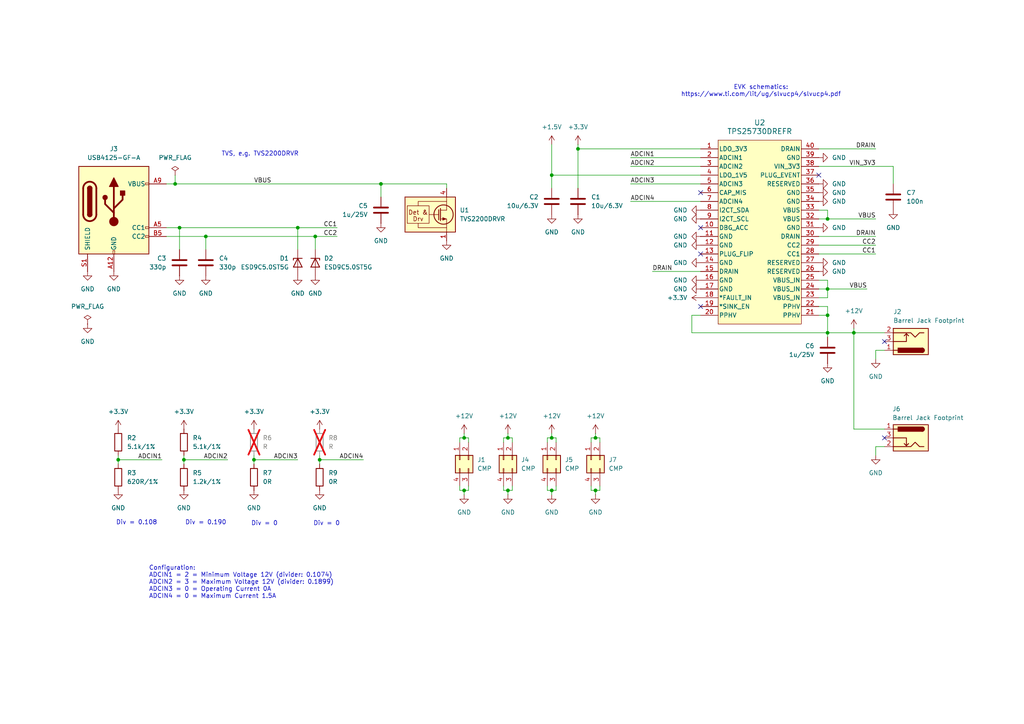
<source format=kicad_sch>
(kicad_sch (version 20231120) (generator "eeschema") (generator_version "8.0")
  (paper "A4")
  (lib_symbols
    (symbol "Connector:Barrel_Jack_Switch" (pin_names hide)
      (property "Reference" "J" (at 0 5.334 0))
      (property "Value" "Barrel_Jack_Switch" (at 0 -5.08 0))
      (symbol "Barrel_Jack_Switch_0_1"
        (rectangle (start -5.08 3.81) (end 5.08 -3.81) (stroke (width 0.254)) (fill (type background)))
        (arc (start -3.302 3.175) (mid -3.9343 2.54) (end -3.302 1.905) (stroke (width 0.254)))
        (arc (start -3.302 3.175) (mid -3.9343 2.54) (end -3.302 1.905) (stroke (width 0.254)) (fill (type outline)))
        (polyline (pts (xy 1.27 -2.286) (xy 1.905 -1.651)) (stroke (width 0.254)))
        (polyline (pts (xy 5.08 2.54) (xy 3.81 2.54)) (stroke (width 0.254)))
        (polyline (pts (xy 5.08 0) (xy 1.27 0) (xy 1.27 -2.286) (xy 0.635 -1.651)) (stroke (width 0.254)))
        (polyline (pts (xy -3.81 -2.54) (xy -2.54 -2.54) (xy -1.27 -1.27) (xy 0 -2.54) (xy 2.54 -2.54) (xy 5.08 -2.54)) (stroke (width 0.254)))
        (rectangle (start 3.683 3.175) (end -3.302 1.905) (stroke (width 0.254)) (fill (type outline)))
      )
      (symbol "Barrel_Jack_Switch_1_1"
        (pin passive line (at 7.62 2.54 180) (length 2.54) (name "~") (number "1"))
        (pin passive line (at 7.62 -2.54 180) (length 2.54) (name "~") (number "2"))
        (pin passive line (at 7.62 0 180) (length 2.54) (name "~") (number "3"))
      )
    )
    (symbol "Connector:USB_C_Receptacle_PowerOnly_6P" (pin_names (offset 1.016))
      (property "Reference" "J" (at 0 16.51 0))
      (property "Value" "USB_C_Receptacle_PowerOnly_6P" (at 0 13.97 0))
      (symbol "USB_C_Receptacle_PowerOnly_6P_0_0"
        (rectangle (start -0.254 -12.7) (end 0.254 -11.684))
        (rectangle (start 10.16 -7.366) (end 9.144 -7.874))
        (rectangle (start 10.16 -4.826) (end 9.144 -5.334))
        (rectangle (start 10.16 7.874) (end 9.144 7.366))
      )
      (symbol "USB_C_Receptacle_PowerOnly_6P_0_1"
        (rectangle (start -10.16 12.7) (end 10.16 -12.7) (stroke (width 0.254)) (fill (type background)))
        (arc (start -8.89 -1.27) (mid -6.985 -3.1667) (end -5.08 -1.27) (stroke (width 0.508)))
        (arc (start -7.62 -1.27) (mid -6.985 -1.9023) (end -6.35 -1.27) (stroke (width 0.254)))
        (arc (start -7.62 -1.27) (mid -6.985 -1.9023) (end -6.35 -1.27) (stroke (width 0.254)) (fill (type outline)))
        (rectangle (start -7.62 -1.27) (end -6.35 6.35) (stroke (width 0.254)) (fill (type outline)))
        (arc (start -6.35 6.35) (mid -6.985 6.9823) (end -7.62 6.35) (stroke (width 0.254)))
        (arc (start -6.35 6.35) (mid -6.985 6.9823) (end -7.62 6.35) (stroke (width 0.254)) (fill (type outline)))
        (arc (start -5.08 6.35) (mid -6.985 8.2467) (end -8.89 6.35) (stroke (width 0.508)))
        (circle (center -2.54 3.683) (radius 0.635) (stroke (width 0.254)) (fill (type outline)))
        (circle (center 0 -3.302) (radius 1.27) (fill (type outline)))
        (polyline (pts (xy -8.89 -1.27) (xy -8.89 6.35)) (stroke (width 0.508)))
        (polyline (pts (xy -5.08 6.35) (xy -5.08 -1.27)) (stroke (width 0.508)))
        (polyline (pts (xy 0 -3.302) (xy 0 6.858)) (stroke (width 0.508)))
        (polyline (pts (xy 0 -0.762) (xy -2.54 1.778) (xy -2.54 3.048)) (stroke (width 0.508)))
        (polyline (pts (xy 0 0.508) (xy 2.54 3.048) (xy 2.54 4.318)) (stroke (width 0.508)))
        (polyline (pts (xy -1.27 6.858) (xy 0 9.398) (xy 1.27 6.858) (xy -1.27 6.858)) (stroke (width 0.254)) (fill (type outline)))
        (rectangle (start 1.905 4.318) (end 3.175 5.588) (stroke (width 0.254)) (fill (type outline)))
      )
      (symbol "USB_C_Receptacle_PowerOnly_6P_1_1"
        (pin passive line (at 0 -17.78 90) (length 5.08) (name "GND") (number "A12"))
        (pin bidirectional line (at 15.24 -5.08 180) (length 5.08) (name "CC1") (number "A5"))
        (pin passive line (at 15.24 7.62 180) (length 5.08) (name "VBUS") (number "A9"))
        (pin passive line (at 0 -17.78 90) (length 5.08) hide (name "GND") (number "B12"))
        (pin bidirectional line (at 15.24 -7.62 180) (length 5.08) (name "CC2") (number "B5"))
        (pin passive line (at 15.24 7.62 180) (length 5.08) hide (name "VBUS") (number "B9"))
        (pin passive line (at -7.62 -17.78 90) (length 5.08) (name "SHIELD") (number "S1"))
      )
    )
    (symbol "Connector_Generic:Conn_02x02_Counter_Clockwise" (pin_names (offset 1.016) hide)
      (property "Reference" "J" (at 1.27 2.54 0))
      (property "Value" "Conn_02x02_Counter_Clockwise" (at 1.27 -5.08 0))
      (symbol "Conn_02x02_Counter_Clockwise_1_1"
        (rectangle (start -1.27 -2.413) (end 0 -2.667) (stroke (width 0.1524)))
        (rectangle (start -1.27 0.127) (end 0 -0.127) (stroke (width 0.1524)))
        (rectangle (start -1.27 1.27) (end 3.81 -3.81) (stroke (width 0.254)) (fill (type background)))
        (rectangle (start 3.81 -2.413) (end 2.54 -2.667) (stroke (width 0.1524)))
        (rectangle (start 3.81 0.127) (end 2.54 -0.127) (stroke (width 0.1524)))
        (pin passive line (at -5.08 0 0) (length 3.81) (name "Pin_1") (number "1"))
        (pin passive line (at -5.08 -2.54 0) (length 3.81) (name "Pin_2") (number "2"))
        (pin passive line (at 7.62 -2.54 180) (length 3.81) (name "Pin_3") (number "3"))
        (pin passive line (at 7.62 0 180) (length 3.81) (name "Pin_4") (number "4"))
      )
    )
    (symbol "Device:C" (pin_numbers hide) (pin_names (offset 0.254))
      (property "Reference" "C" (at 0.635 2.54 0))
      (property "Value" "C" (at 0.635 -2.54 0))
      (symbol "C_0_1"
        (polyline (pts (xy -2.032 -0.762) (xy 2.032 -0.762)) (stroke (width 0.508)))
        (polyline (pts (xy -2.032 0.762) (xy 2.032 0.762)) (stroke (width 0.508)))
      )
      (symbol "C_1_1"
        (pin passive line (at 0 3.81 270) (length 2.794) (name "~") (number "1"))
        (pin passive line (at 0 -3.81 90) (length 2.794) (name "~") (number "2"))
      )
    )
    (symbol "Device:D_Zener" (pin_numbers hide) (pin_names (offset 1.016) hide)
      (property "Reference" "D" (at 0 2.54 0))
      (property "Value" "D_Zener" (at 0 -2.54 0))
      (symbol "D_Zener_0_1"
        (polyline (pts (xy 1.27 0) (xy -1.27 0)))
        (polyline (pts (xy -1.27 -1.27) (xy -1.27 1.27) (xy -0.762 1.27)) (stroke (width 0.254)))
        (polyline (pts (xy 1.27 -1.27) (xy 1.27 1.27) (xy -1.27 0) (xy 1.27 -1.27)) (stroke (width 0.254)))
      )
      (symbol "D_Zener_1_1"
        (pin passive line (at -3.81 0 0) (length 2.54) (name "K") (number "1"))
        (pin passive line (at 3.81 0 180) (length 2.54) (name "A") (number "2"))
      )
    )
    (symbol "Device:R" (pin_numbers hide) (pin_names (offset 0))
      (property "Reference" "R" (at 2.032 0 90))
      (property "Value" "R" (at 0 0 90))
      (symbol "R_0_1"
        (rectangle (start -1.016 -2.54) (end 1.016 2.54) (stroke (width 0.254)))
      )
      (symbol "R_1_1"
        (pin passive line (at 0 3.81 270) (length 1.27) (name "~") (number "1"))
        (pin passive line (at 0 -3.81 90) (length 1.27) (name "~") (number "2"))
      )
    )
    (symbol "Power_Protection:TVS2200DRV" (pin_names (offset 0) hide)
      (property "Reference" "U" (at 2.54 1.27 0))
      (property "Value" "TVS2200DRV" (at 2.54 -1.27 0))
      (symbol "TVS2200DRV_0_0"
        (rectangle (start -11.43 2.54) (end -5.08 -2.54))
        (polyline (pts (xy 0 1.27) (xy -1.778 1.27)))
        (polyline (pts (xy -8.255 -2.54) (xy -8.255 -3.81) (xy 0 -3.81)))
        (polyline (pts (xy -8.255 2.54) (xy -8.255 3.81) (xy 0 3.81)))
        (text "Det &" (at -8.255 0.635 0) (effects (font (size 1.27 1.27))))
        (text "Drv" (at -8.255 -1.27 0) (effects (font (size 1.27 1.27))))
      )
      (symbol "TVS2200DRV_0_1"
        (rectangle (start -12.065 5.08) (end 2.54 -5.08) (stroke (width 0.254)) (fill (type background)))
        (circle (center -0.889 0) (radius 2.794) (stroke (width 0.254)))
        (polyline (pts (xy -2.286 0) (xy -5.08 0)))
        (polyline (pts (xy -2.286 1.397) (xy -2.286 -1.524)) (stroke (width 0.254)))
        (polyline (pts (xy -1.778 1.778) (xy -1.778 -1.778)) (stroke (width 0.254)))
        (polyline (pts (xy 0 -2.54) (xy 0 -5.08)))
        (polyline (pts (xy 0 2.54) (xy 0 1.27)))
        (polyline (pts (xy 0 5.08) (xy 0 2.54)))
        (polyline (pts (xy 0 -2.54) (xy 0 -1.27) (xy -1.778 -1.27)))
        (polyline (pts (xy -0.127 -1.27) (xy -1.143 -1.651) (xy -1.143 -0.889) (xy -0.127 -1.27)) (fill (type outline)))
      )
      (symbol "TVS2200DRV_1_1"
        (pin power_in line (at 0 -7.62 90) (length 2.54) (name "GND") (number "1"))
        (pin passive line (at 0 -7.62 90) (length 2.54) hide (name "GND") (number "2"))
        (pin passive line (at 0 -7.62 90) (length 2.54) hide (name "GND") (number "3"))
        (pin passive line (at 0 7.62 270) (length 2.54) (name "IN") (number "4"))
        (pin passive line (at 0 7.62 270) (length 2.54) hide (name "IN") (number "5"))
        (pin passive line (at 0 7.62 270) (length 2.54) hide (name "IN") (number "6"))
        (pin passive line (at 0 -7.62 90) (length 2.54) hide (name "GND") (number "7"))
      )
    )
    (symbol "Project:TPS25730DREFR" (pin_names (offset 0.254))
      (property "Reference" "U" (at 22.606 8.382 0))
      (property "Value" "TPS25730DREFR" (at 22.606 5.842 0))
      (symbol "TPS25730DREFR_0_1"
        (pin power_out line (at 2.54 0 0) (length 5.08) (name "LDO_3V3") (number "1"))
        (pin open_collector line (at 2.54 -22.86 0) (length 5.08) (name "DBG_ACC") (number "10"))
        (pin power_in line (at 2.54 -25.4 0) (length 5.08) (name "GND") (number "11"))
        (pin power_in line (at 2.54 -27.94 0) (length 5.08) (name "GND") (number "12"))
        (pin open_collector line (at 2.54 -30.48 0) (length 5.08) (name "PLUG_FLIP") (number "13"))
        (pin power_in line (at 2.54 -33.02 0) (length 5.08) (name "GND") (number "14"))
        (pin passive line (at 2.54 -35.56 0) (length 5.08) (name "DRAIN") (number "15"))
        (pin power_in line (at 2.54 -38.1 0) (length 5.08) (name "GND") (number "16"))
        (pin power_in line (at 2.54 -40.64 0) (length 5.08) (name "GND") (number "17"))
        (pin input line (at 2.54 -43.18 0) (length 5.08) (name "*FAULT_IN") (number "18"))
        (pin open_collector line (at 2.54 -45.72 0) (length 5.08) (name "*SINK_EN") (number "19"))
        (pin input line (at 2.54 -2.54 0) (length 5.08) (name "ADCIN1") (number "2"))
        (pin power_out line (at 2.54 -48.26 0) (length 5.08) (name "PPHV") (number "20"))
        (pin power_out line (at 36.83 -48.26 180) (length 5.078) (name "PPHV") (number "21"))
        (pin power_out line (at 36.83 -45.72 180) (length 5.078) (name "PPHV") (number "22"))
        (pin power_in line (at 36.83 -43.18 180) (length 5.078) (name "VBUS_IN") (number "23"))
        (pin power_in line (at 36.83 -40.64 180) (length 5.078) (name "VBUS_IN") (number "24"))
        (pin power_in line (at 36.83 -38.1 180) (length 5.078) (name "VBUS_IN") (number "25"))
        (pin input line (at 36.83 -35.56 180) (length 5.078) (name "RESERVED") (number "26"))
        (pin input line (at 36.83 -33.02 180) (length 5.078) (name "RESERVED") (number "27"))
        (pin bidirectional line (at 36.83 -30.48 180) (length 5.078) (name "CC1") (number "28"))
        (pin bidirectional line (at 36.83 -27.94 180) (length 5.078) (name "CC2") (number "29"))
        (pin input line (at 2.54 -5.08 0) (length 5.08) (name "ADCIN2") (number "3"))
        (pin passive line (at 36.83 -25.4 180) (length 5.078) (name "DRAIN") (number "30"))
        (pin power_in line (at 36.83 -22.86 180) (length 5.078) (name "GND") (number "31"))
        (pin power_in line (at 36.83 -20.32 180) (length 5.078) (name "VBUS") (number "32"))
        (pin power_in line (at 36.83 -17.78 180) (length 5.078) (name "VBUS") (number "33"))
        (pin power_in line (at 36.83 -15.24 180) (length 5.078) (name "GND") (number "34"))
        (pin power_in line (at 36.83 -12.7 180) (length 5.078) (name "GND") (number "35"))
        (pin input line (at 36.83 -10.16 180) (length 5.078) (name "RESERVED") (number "36"))
        (pin open_collector line (at 36.83 -7.62 180) (length 5.078) (name "PLUG_EVENT") (number "37"))
        (pin power_out line (at 36.83 -5.08 180) (length 5.078) (name "VIN_3V3") (number "38"))
        (pin power_in line (at 36.83 -2.54 180) (length 5.078) (name "GND") (number "39"))
        (pin power_out line (at 2.54 -7.62 0) (length 5.08) (name "LDO_1V5") (number "4"))
        (pin passive line (at 36.83 0 180) (length 5.078) (name "DRAIN") (number "40"))
        (pin input line (at 2.54 -10.16 0) (length 5.08) (name "ADCIN3") (number "5"))
        (pin open_collector line (at 2.54 -12.7 0) (length 5.08) (name "CAP_MIS") (number "6"))
        (pin input line (at 2.54 -15.24 0) (length 5.08) (name "ADCIN4") (number "7"))
        (pin bidirectional line (at 2.54 -17.78 0) (length 5.08) (name "I2CT_SDA") (number "8"))
        (pin input line (at 2.54 -20.32 0) (length 5.08) (name "I2CT_SCL") (number "9"))
      )
      (symbol "TPS25730DREFR_1_1"
        (rectangle (start 7.62 2.54) (end 31.75 -50.8) (fill (type background)))
      )
    )
    (symbol "power:+12V" (power) (pin_numbers hide) (pin_names (offset 0) hide)
      (property "Value" "+12V" (at 0 3.556 0))
      (symbol "+12V_0_1"
        (polyline (pts (xy -0.762 1.27) (xy 0 2.54)))
        (polyline (pts (xy 0 0) (xy 0 2.54)))
        (polyline (pts (xy 0 2.54) (xy 0.762 1.27)))
      )
      (symbol "+12V_1_1"
        (pin power_in line (at 0 0 90) (length 0) (name "~") (number "1"))
      )
    )
    (symbol "power:+1V5" (power) (pin_numbers hide) (pin_names (offset 0) hide)
      (property "Value" "+1V5" (at 0 3.556 0))
      (symbol "+1V5_0_1"
        (polyline (pts (xy -0.762 1.27) (xy 0 2.54)))
        (polyline (pts (xy 0 0) (xy 0 2.54)))
        (polyline (pts (xy 0 2.54) (xy 0.762 1.27)))
      )
      (symbol "+1V5_1_1"
        (pin power_in line (at 0 0 90) (length 0) (name "~") (number "1"))
      )
    )
    (symbol "power:+3.3V" (power) (pin_numbers hide) (pin_names (offset 0) hide)
      (property "Value" "+3.3V" (at 0 3.556 0))
      (symbol "+3.3V_0_1"
        (polyline (pts (xy -0.762 1.27) (xy 0 2.54)))
        (polyline (pts (xy 0 0) (xy 0 2.54)))
        (polyline (pts (xy 0 2.54) (xy 0.762 1.27)))
      )
      (symbol "+3.3V_1_1"
        (pin power_in line (at 0 0 90) (length 0) (name "~") (number "1"))
      )
    )
    (symbol "power:GND" (power) (pin_numbers hide) (pin_names (offset 0) hide)
      (property "Value" "GND" (at 0 -3.81 0))
      (symbol "GND_0_1"
        (polyline (pts (xy 0 0) (xy 0 -1.27) (xy 1.27 -1.27) (xy 0 -2.54) (xy -1.27 -1.27) (xy 0 -1.27)))
      )
      (symbol "GND_1_1"
        (pin power_in line (at 0 0 270) (length 0) (name "~") (number "1"))
      )
    )
    (symbol "power:PWR_FLAG" (power) (pin_numbers hide) (pin_names (offset 0) hide)
      (property "Value" "PWR_FLAG" (at 0 3.81 0))
      (symbol "PWR_FLAG_0_0"
        (pin power_out line (at 0 0 90) (length 0) (name "~") (number "1"))
      )
      (symbol "PWR_FLAG_0_1"
        (polyline (pts (xy 0 0) (xy 0 1.27) (xy -1.016 1.905) (xy 0 2.54) (xy 1.016 1.905) (xy 0 1.27)))
      )
    )
  )
  (junction (at 247.65 96.52))
  (junction (at 240.03 96.52))
  (junction (at 172.72 127))
  (junction (at 160.02 127))
  (junction (at 110.49 53.34))
  (junction (at 59.69 68.58))
  (junction (at 53.34 133.35))
  (junction (at 92.71 133.35))
  (junction (at 167.64 43.18))
  (junction (at 86.36 66.04))
  (junction (at 147.32 142.24))
  (junction (at 240.03 91.44))
  (junction (at 160.02 142.24))
  (junction (at 172.72 142.24))
  (junction (at 73.66 133.35))
  (junction (at 91.44 68.58))
  (junction (at 134.62 127))
  (junction (at 52.07 66.04))
  (junction (at 147.32 127))
  (junction (at 34.29 133.35))
  (junction (at 240.03 63.5))
  (junction (at 134.62 142.24))
  (junction (at 160.02 50.8))
  (junction (at 240.03 83.82))
  (junction (at 50.8 53.34))
  (no_connect (at 203.2 55.88))
  (no_connect (at 203.2 73.66))
  (no_connect (at 256.54 99.06))
  (no_connect (at 237.49 50.8))
  (no_connect (at 203.2 66.04))
  (no_connect (at 256.54 127))
  (no_connect (at 203.2 88.9))
  (wire (pts (xy 146.05 128.27) (xy 146.05 127)))
  (wire (pts (xy 203.2 78.74) (xy 189.23 78.74)))
  (wire (pts (xy 237.49 81.28) (xy 240.03 81.28)))
  (wire (pts (xy 254 132.08) (xy 254 129.54)))
  (wire (pts (xy 134.62 142.24) (xy 134.62 143.51)))
  (wire (pts (xy 146.05 127) (xy 147.32 127)))
  (wire (pts (xy 237.49 73.66) (xy 254 73.66)))
  (wire (pts (xy 240.03 88.9) (xy 240.03 91.44)))
  (wire (pts (xy 182.88 58.42) (xy 203.2 58.42)))
  (wire (pts (xy 52.07 66.04) (xy 52.07 72.39)))
  (wire (pts (xy 247.65 96.52) (xy 256.54 96.52)))
  (wire (pts (xy 53.34 132.08) (xy 53.34 133.35)))
  (wire (pts (xy 160.02 41.91) (xy 160.02 50.8)))
  (wire (pts (xy 160.02 142.24) (xy 161.29 142.24)))
  (wire (pts (xy 50.8 50.8) (xy 50.8 53.34)))
  (wire (pts (xy 254 104.14) (xy 254 101.6)))
  (wire (pts (xy 158.75 128.27) (xy 158.75 127)))
  (wire (pts (xy 34.29 132.08) (xy 34.29 133.35)))
  (wire (pts (xy 160.02 50.8) (xy 203.2 50.8)))
  (wire (pts (xy 259.08 48.26) (xy 259.08 53.34)))
  (wire (pts (xy 173.99 127) (xy 173.99 128.27)))
  (wire (pts (xy 158.75 142.24) (xy 160.02 142.24)))
  (wire (pts (xy 160.02 125.73) (xy 160.02 127)))
  (wire (pts (xy 161.29 127) (xy 161.29 128.27)))
  (wire (pts (xy 129.54 53.34) (xy 129.54 54.61)))
  (wire (pts (xy 34.29 133.35) (xy 46.99 133.35)))
  (wire (pts (xy 167.64 43.18) (xy 167.64 54.61)))
  (wire (pts (xy 237.49 63.5) (xy 240.03 63.5)))
  (wire (pts (xy 247.65 96.52) (xy 247.65 95.25)))
  (wire (pts (xy 53.34 133.35) (xy 66.04 133.35)))
  (wire (pts (xy 110.49 53.34) (xy 110.49 57.15)))
  (wire (pts (xy 73.66 133.35) (xy 86.36 133.35)))
  (wire (pts (xy 237.49 60.96) (xy 240.03 60.96)))
  (wire (pts (xy 110.49 53.34) (xy 129.54 53.34)))
  (wire (pts (xy 92.71 133.35) (xy 105.41 133.35)))
  (wire (pts (xy 240.03 96.52) (xy 247.65 96.52)))
  (wire (pts (xy 172.72 127) (xy 173.99 127)))
  (wire (pts (xy 134.62 125.73) (xy 134.62 127)))
  (wire (pts (xy 247.65 124.46) (xy 256.54 124.46)))
  (wire (pts (xy 171.45 127) (xy 172.72 127)))
  (wire (pts (xy 237.49 48.26) (xy 259.08 48.26)))
  (wire (pts (xy 182.88 53.34) (xy 203.2 53.34)))
  (wire (pts (xy 91.44 68.58) (xy 97.79 68.58)))
  (wire (pts (xy 240.03 63.5) (xy 254 63.5)))
  (wire (pts (xy 92.71 133.35) (xy 92.71 134.62)))
  (wire (pts (xy 147.32 142.24) (xy 147.32 143.51)))
  (wire (pts (xy 240.03 96.52) (xy 240.03 91.44)))
  (wire (pts (xy 160.02 142.24) (xy 160.02 143.51)))
  (wire (pts (xy 133.35 127) (xy 134.62 127)))
  (wire (pts (xy 133.35 140.97) (xy 133.35 142.24)))
  (wire (pts (xy 171.45 128.27) (xy 171.45 127)))
  (wire (pts (xy 160.02 127) (xy 161.29 127)))
  (wire (pts (xy 134.62 142.24) (xy 135.89 142.24)))
  (wire (pts (xy 50.8 53.34) (xy 110.49 53.34)))
  (wire (pts (xy 135.89 127) (xy 135.89 128.27)))
  (wire (pts (xy 59.69 68.58) (xy 59.69 72.39)))
  (wire (pts (xy 237.49 91.44) (xy 240.03 91.44)))
  (wire (pts (xy 92.71 132.08) (xy 92.71 133.35)))
  (wire (pts (xy 73.66 132.08) (xy 73.66 133.35)))
  (wire (pts (xy 172.72 142.24) (xy 173.99 142.24)))
  (wire (pts (xy 148.59 140.97) (xy 148.59 142.24)))
  (wire (pts (xy 161.29 140.97) (xy 161.29 142.24)))
  (wire (pts (xy 240.03 96.52) (xy 240.03 97.79)))
  (wire (pts (xy 167.64 43.18) (xy 167.64 41.91)))
  (wire (pts (xy 237.49 88.9) (xy 240.03 88.9)))
  (wire (pts (xy 182.88 45.72) (xy 203.2 45.72)))
  (wire (pts (xy 237.49 43.18) (xy 254 43.18)))
  (wire (pts (xy 53.34 133.35) (xy 53.34 134.62)))
  (wire (pts (xy 48.26 53.34) (xy 50.8 53.34)))
  (wire (pts (xy 133.35 142.24) (xy 134.62 142.24)))
  (wire (pts (xy 91.44 68.58) (xy 91.44 72.39)))
  (wire (pts (xy 237.49 68.58) (xy 254 68.58)))
  (wire (pts (xy 200.66 96.52) (xy 240.03 96.52)))
  (wire (pts (xy 160.02 50.8) (xy 160.02 54.61)))
  (wire (pts (xy 59.69 68.58) (xy 91.44 68.58)))
  (wire (pts (xy 86.36 66.04) (xy 86.36 72.39)))
  (wire (pts (xy 203.2 91.44) (xy 200.66 91.44)))
  (wire (pts (xy 147.32 127) (xy 148.59 127)))
  (wire (pts (xy 147.32 125.73) (xy 147.32 127)))
  (wire (pts (xy 237.49 86.36) (xy 240.03 86.36)))
  (wire (pts (xy 240.03 83.82) (xy 251.46 83.82)))
  (wire (pts (xy 158.75 127) (xy 160.02 127)))
  (wire (pts (xy 240.03 60.96) (xy 240.03 63.5)))
  (wire (pts (xy 254 129.54) (xy 256.54 129.54)))
  (wire (pts (xy 48.26 66.04) (xy 52.07 66.04)))
  (wire (pts (xy 247.65 124.46) (xy 247.65 96.52)))
  (wire (pts (xy 237.49 71.12) (xy 254 71.12)))
  (wire (pts (xy 34.29 133.35) (xy 34.29 134.62)))
  (wire (pts (xy 135.89 140.97) (xy 135.89 142.24)))
  (wire (pts (xy 240.03 83.82) (xy 240.03 81.28)))
  (wire (pts (xy 182.88 48.26) (xy 203.2 48.26)))
  (wire (pts (xy 200.66 91.44) (xy 200.66 96.52)))
  (wire (pts (xy 171.45 142.24) (xy 172.72 142.24)))
  (wire (pts (xy 167.64 43.18) (xy 203.2 43.18)))
  (wire (pts (xy 171.45 140.97) (xy 171.45 142.24)))
  (wire (pts (xy 52.07 66.04) (xy 86.36 66.04)))
  (wire (pts (xy 146.05 142.24) (xy 147.32 142.24)))
  (wire (pts (xy 86.36 66.04) (xy 97.79 66.04)))
  (wire (pts (xy 172.72 125.73) (xy 172.72 127)))
  (wire (pts (xy 158.75 140.97) (xy 158.75 142.24)))
  (wire (pts (xy 134.62 127) (xy 135.89 127)))
  (wire (pts (xy 48.26 68.58) (xy 59.69 68.58)))
  (wire (pts (xy 73.66 133.35) (xy 73.66 134.62)))
  (wire (pts (xy 146.05 140.97) (xy 146.05 142.24)))
  (wire (pts (xy 148.59 127) (xy 148.59 128.27)))
  (wire (pts (xy 240.03 86.36) (xy 240.03 83.82)))
  (wire (pts (xy 172.72 142.24) (xy 172.72 143.51)))
  (wire (pts (xy 147.32 142.24) (xy 148.59 142.24)))
  (wire (pts (xy 173.99 140.97) (xy 173.99 142.24)))
  (wire (pts (xy 254 101.6) (xy 256.54 101.6)))
  (wire (pts (xy 133.35 128.27) (xy 133.35 127)))
  (wire (pts (xy 237.49 83.82) (xy 240.03 83.82)))
  (text "Div = 0" (at 94.742 151.892 0) (effects (font (size 1.27 1.27))))
  (text "Configuration:\nADCIN1 = 2 = Minimum Voltage 12V (divider: 0.1074)\nADCIN2 = 3 = Maximum Voltage 12V (divider: 0.1899)\nADCIN3 = 0 = Operating Current 0A\nADCIN4 = 0 = Maximum Current 1.5A" (at 43.18 164.084 0) (effects (font (size 1.27 1.27)) (justify left top)))
  (text "Div = 0" (at 76.708 151.892 0) (effects (font (size 1.27 1.27))))
  (text "Div = 0.190" (at 59.69 151.638 0) (effects (font (size 1.27 1.27))))
  (text "TVS, e.g. TVS2200DRVR" (at 75.438 44.704 0) (effects (font (size 1.27 1.27))))
  (text "EVK schematics:\nhttps://www.ti.com/lit/ug/slvucp4/slvucp4.pdf" (at 220.726 26.416 0) (effects (font (size 1.27 1.27))))
  (text "Div = 0.108" (at 39.624 151.638 0) (effects (font (size 1.27 1.27))))
  (label "CC2" (at 97.79 68.58 180))
  (label "ADCIN4" (at 182.88 58.42 0))
  (label "VBUS" (at 78.74 53.34 180))
  (label "DRAIN" (at 189.23 78.74 0))
  (label "VBUS" (at 251.46 83.82 180))
  (label "ADCIN1" (at 182.88 45.72 0))
  (label "ADCIN2" (at 66.04 133.35 180))
  (label "ADCIN1" (at 46.99 133.35 180))
  (label "ADCIN3" (at 86.36 133.35 180))
  (label "CC1" (at 254 73.66 180))
  (label "ADCIN2" (at 182.88 48.26 0))
  (label "VBUS" (at 254 63.5 180))
  (label "ADCIN3" (at 182.88 53.34 0))
  (label "VIN_3V3" (at 254 48.26 180))
  (label "ADCIN4" (at 105.41 133.35 180))
  (label "DRAIN" (at 254 68.58 180))
  (label "DRAIN" (at 254 43.18 180))
  (label "CC2" (at 254 71.12 180))
  (label "CC1" (at 97.79 66.04 180))
  (symbol (lib_id "Device:R") (at 34.29 128.27 0) (unit 1)
    (property "Reference" "R2" (at 36.83 126.9999 0) (effects (justify left)))
    (property "Value" "5.1k/1%" (at 36.83 129.5399 0) (effects (justify left)))
    (property "Footprint" "Resistor_SMD:R_0201_0603Metric" (effects (hide yes)))
    (property "Description" "Resistor" (effects (hide yes)))
  )
  (symbol (lib_id "power:GND") (at 237.49 55.88 90) (unit 1)
    (property "Reference" "#PWR07" (effects (hide yes)))
    (property "Value" "GND" (at 241.3 55.8799 90) (effects (justify right)))
    (property "Description" "Power symbol creates a global label with name \"GND\" , ground" (effects (hide yes)))
  )
  (symbol (lib_id "power:+3.3V") (at 34.29 124.46 0) (unit 1)
    (property "Reference" "#PWR030" (effects (hide yes)))
    (property "Value" "+3.3V" (at 34.29 119.38 0))
    (property "Description" "Power symbol creates a global label with name \"+3.3V\"" (effects (hide yes)))
  )
  (symbol (lib_id "power:GND") (at 34.29 142.24 0) (unit 1)
    (property "Reference" "#PWR031" (effects (hide yes)))
    (property "Value" "GND" (at 34.29 147.32 0))
    (property "Description" "Power symbol creates a global label with name \"GND\" , ground" (effects (hide yes)))
  )
  (symbol (lib_id "power:PWR_FLAG") (at 50.8 50.8 0) (unit 1)
    (property "Reference" "#FLG01" (effects (hide yes)))
    (property "Value" "PWR_FLAG" (at 50.8 45.72 0))
    (property "Description" "Special symbol for telling ERC where power comes from" (effects (hide yes)))
  )
  (symbol (lib_id "Connector_Generic:Conn_02x02_Counter_Clockwise") (at 158.75 133.35 90) (mirror x) (unit 1)
    (property "Reference" "J5" (at 163.83 133.3499 90) (effects (justify right)))
    (property "Value" "CMP" (at 163.83 135.8899 90) (effects (justify right)))
    (property "Footprint" "Project:CMP" (effects (hide yes)))
    (property "Description" "Generic connector, double row, 02x02, counter clockwise pin numbering scheme (similar to DIP package numbering), script generated (kicad-library-utils/schlib/autogen/connector/)" (effects (hide yes)))
  )
  (symbol (lib_id "power:GND") (at 33.02 78.74 0) (unit 1)
    (property "Reference" "#PWR02" (effects (hide yes)))
    (property "Value" "GND" (at 33.02 83.82 0))
    (property "Description" "Power symbol creates a global label with name \"GND\" , ground" (effects (hide yes)))
  )
  (symbol (lib_id "power:+3.3V") (at 73.66 124.46 0) (unit 1)
    (property "Reference" "#PWR034" (effects (hide yes)))
    (property "Value" "+3.3V" (at 73.66 119.38 0))
    (property "Description" "Power symbol creates a global label with name \"+3.3V\"" (effects (hide yes)))
  )
  (symbol (lib_id "Device:C") (at 240.03 101.6 0) (mirror y) (unit 1)
    (property "Reference" "C6" (at 236.22 100.3299 0) (effects (justify left)))
    (property "Value" "1u/25V" (at 236.22 102.8699 0) (effects (justify left)))
    (property "Footprint" "Capacitor_SMD:C_0603_1608Metric" (effects (hide yes)))
    (property "Description" "Unpolarized capacitor" (effects (hide yes)))
  )
  (symbol (lib_id "power:+12V") (at 247.65 95.25 0) (unit 1)
    (property "Reference" "#PWR05" (effects (hide yes)))
    (property "Value" "+12V" (at 247.65 90.17 0))
    (property "Description" "Power symbol creates a global label with name \"+12V\"" (effects (hide yes)))
  )
  (symbol (lib_id "power:+12V") (at 172.72 125.73 0) (unit 1)
    (property "Reference" "#PWR047" (effects (hide yes)))
    (property "Value" "+12V" (at 172.72 120.65 0))
    (property "Description" "Power symbol creates a global label with name \"+12V\"" (effects (hide yes)))
  )
  (symbol (lib_id "power:+3.3V") (at 92.71 124.46 0) (unit 1)
    (property "Reference" "#PWR036" (effects (hide yes)))
    (property "Value" "+3.3V" (at 92.71 119.38 0))
    (property "Description" "Power symbol creates a global label with name \"+3.3V\"" (effects (hide yes)))
  )
  (symbol (lib_id "power:GND") (at 237.49 78.74 90) (unit 1)
    (property "Reference" "#PWR019" (effects (hide yes)))
    (property "Value" "GND" (at 241.3 78.7399 90) (effects (justify right)))
    (property "Description" "Power symbol creates a global label with name \"GND\" , ground" (effects (hide yes)))
  )
  (symbol (lib_id "Device:C") (at 167.64 58.42 0) (unit 1)
    (property "Reference" "C1" (at 171.45 57.1499 0) (effects (justify left)))
    (property "Value" "10u/6.3V" (at 171.45 59.6899 0) (effects (justify left)))
    (property "Footprint" "Capacitor_SMD:C_0603_1608Metric" (effects (hide yes)))
    (property "Description" "Unpolarized capacitor" (effects (hide yes)))
  )
  (symbol (lib_id "power:GND") (at 172.72 143.51 0) (unit 1)
    (property "Reference" "#PWR049" (effects (hide yes)))
    (property "Value" "GND" (at 172.72 148.59 0))
    (property "Description" "Power symbol creates a global label with name \"GND\" , ground" (effects (hide yes)))
  )
  (symbol (lib_id "power:+12V") (at 160.02 125.73 0) (unit 1)
    (property "Reference" "#PWR043" (effects (hide yes)))
    (property "Value" "+12V" (at 160.02 120.65 0))
    (property "Description" "Power symbol creates a global label with name \"+12V\"" (effects (hide yes)))
  )
  (symbol (lib_id "power:GND") (at 259.08 60.96 0) (unit 1)
    (property "Reference" "#PWR029" (effects (hide yes)))
    (property "Value" "GND" (at 259.08 66.04 0))
    (property "Description" "Power symbol creates a global label with name \"GND\" , ground" (effects (hide yes)))
  )
  (symbol (lib_id "Device:C") (at 259.08 57.15 0) (unit 1)
    (property "Reference" "C7" (at 262.89 55.8799 0) (effects (justify left)))
    (property "Value" "100n" (at 262.89 58.4199 0) (effects (justify left)))
    (property "Footprint" "Capacitor_SMD:C_0201_0603Metric" (effects (hide yes)))
    (property "Description" "Unpolarized capacitor" (effects (hide yes)))
  )
  (symbol (lib_id "power:GND") (at 254 132.08 0) (unit 1)
    (property "Reference" "#PWR048" (effects (hide yes)))
    (property "Value" "GND" (at 254 137.16 0))
    (property "Description" "Power symbol creates a global label with name \"GND\" , ground" (effects (hide yes)))
  )
  (symbol (lib_id "power:+3.3V") (at 203.2 86.36 90) (unit 1)
    (property "Reference" "#PWR038" (effects (hide yes)))
    (property "Value" "+3.3V" (at 199.39 86.3599 90) (effects (justify left)))
    (property "Description" "Power symbol creates a global label with name \"+3.3V\"" (effects (hide yes)))
  )
  (symbol (lib_id "power:GND") (at 129.54 69.85 0) (unit 1)
    (property "Reference" "#PWR03" (effects (hide yes)))
    (property "Value" "GND" (at 129.54 74.93 0))
    (property "Description" "Power symbol creates a global label with name \"GND\" , ground" (effects (hide yes)))
  )
  (symbol (lib_id "Connector:USB_C_Receptacle_PowerOnly_6P") (at 33.02 60.96 0) (unit 1)
    (property "Reference" "J3" (at 33.02 43.18 0))
    (property "Value" "USB4125-GF-A" (at 33.02 45.72 0))
    (property "Footprint" "Connector_USB:USB_C_Receptacle_GCT_USB4125-xx-x-0190_6P_TopMnt_Horizontal" (effects (hide yes)))
    (property "Datasheet" "https://www.usb.org/sites/default/files/documents/usb_type-c.zip" (effects (hide yes)))
    (property "Description" "USB Power-Only 6P Type-C Receptacle connector" (effects (hide yes)))
  )
  (symbol (lib_id "power:GND") (at 237.49 66.04 90) (unit 1)
    (property "Reference" "#PWR014" (effects (hide yes)))
    (property "Value" "GND" (at 241.3 66.0399 90) (effects (justify right)))
    (property "Description" "Power symbol creates a global label with name \"GND\" , ground" (effects (hide yes)))
  )
  (symbol (lib_id "power:+3.3V") (at 167.64 41.91 0) (unit 1)
    (property "Reference" "#PWR015" (effects (hide yes)))
    (property "Value" "+3.3V" (at 167.64 36.83 0))
    (property "Description" "Power symbol creates a global label with name \"+3.3V\"" (effects (hide yes)))
  )
  (symbol (lib_id "power:GND") (at 203.2 83.82 270) (unit 1)
    (property "Reference" "#PWR09" (effects (hide yes)))
    (property "Value" "GND" (at 199.39 83.8199 90) (effects (justify right)))
    (property "Description" "Power symbol creates a global label with name \"GND\" , ground" (effects (hide yes)))
  )
  (symbol (lib_id "power:GND") (at 237.49 76.2 90) (unit 1)
    (property "Reference" "#PWR018" (effects (hide yes)))
    (property "Value" "GND" (at 241.3 76.1999 90) (effects (justify right)))
    (property "Description" "Power symbol creates a global label with name \"GND\" , ground" (effects (hide yes)))
  )
  (symbol (lib_id "power:GND") (at 203.2 71.12 270) (unit 1)
    (property "Reference" "#PWR012" (effects (hide yes)))
    (property "Value" "GND" (at 199.39 71.1199 90) (effects (justify right)))
    (property "Description" "Power symbol creates a global label with name \"GND\" , ground" (effects (hide yes)))
  )
  (symbol (lib_id "Device:R") (at 53.34 128.27 0) (unit 1)
    (property "Reference" "R4" (at 55.88 126.9999 0) (effects (justify left)))
    (property "Value" "5.1k/1%" (at 55.88 129.5399 0) (effects (justify left)))
    (property "Footprint" "Resistor_SMD:R_0201_0603Metric" (effects (hide yes)))
    (property "Description" "Resistor" (effects (hide yes)))
  )
  (symbol (lib_id "power:GND") (at 254 104.14 0) (unit 1)
    (property "Reference" "#PWR04" (effects (hide yes)))
    (property "Value" "GND" (at 254 109.22 0))
    (property "Description" "Power symbol creates a global label with name \"GND\" , ground" (effects (hide yes)))
  )
  (symbol (lib_id "power:GND") (at 160.02 62.23 0) (unit 1)
    (property "Reference" "#PWR022" (effects (hide yes)))
    (property "Value" "GND" (at 160.02 67.31 0))
    (property "Description" "Power symbol creates a global label with name \"GND\" , ground" (effects (hide yes)))
  )
  (symbol (lib_id "power:GND") (at 25.4 93.98 0) (unit 1)
    (property "Reference" "#PWR046" (effects (hide yes)))
    (property "Value" "GND" (at 25.4 99.06 0))
    (property "Description" "Power symbol creates a global label with name \"GND\" , ground" (effects (hide yes)))
  )
  (symbol (lib_id "Connector_Generic:Conn_02x02_Counter_Clockwise") (at 146.05 133.35 90) (mirror x) (unit 1)
    (property "Reference" "J4" (at 151.13 133.3499 90) (effects (justify right)))
    (property "Value" "CMP" (at 151.13 135.8899 90) (effects (justify right)))
    (property "Footprint" "Project:CMP" (effects (hide yes)))
    (property "Description" "Generic connector, double row, 02x02, counter clockwise pin numbering scheme (similar to DIP package numbering), script generated (kicad-library-utils/schlib/autogen/connector/)" (effects (hide yes)))
  )
  (symbol (lib_id "Connector:Barrel_Jack_Switch") (at 264.16 99.06 180) (unit 1) (in_bom no)
    (property "Reference" "J2" (at 259.08 90.424 0) (effects (justify right)))
    (property "Value" "Barrel Jack Footprint" (at 259.08 92.964 0) (effects (justify right)))
    (property "Footprint" "Connector_BarrelJack:BarrelJack_Horizontal" (effects (hide yes)))
  )
  (symbol (lib_id "Device:C") (at 160.02 58.42 0) (mirror y) (unit 1)
    (property "Reference" "C2" (at 156.21 57.1499 0) (effects (justify left)))
    (property "Value" "10u/6.3V" (at 156.21 59.6899 0) (effects (justify left)))
    (property "Footprint" "Capacitor_SMD:C_0603_1608Metric" (effects (hide yes)))
    (property "Description" "Unpolarized capacitor" (effects (hide yes)))
  )
  (symbol (lib_id "power:GND") (at 25.4 78.74 0) (unit 1)
    (property "Reference" "#PWR01" (effects (hide yes)))
    (property "Value" "GND" (at 25.4 83.82 0))
    (property "Description" "Power symbol creates a global label with name \"GND\" , ground" (effects (hide yes)))
  )
  (symbol (lib_id "Device:D_Zener") (at 86.36 76.2 90) (mirror x) (unit 1)
    (property "Reference" "D1" (at 83.82 74.9299 90) (effects (justify left)))
    (property "Value" "ESD9C5.0ST5G" (at 83.82 77.4699 90) (effects (justify left)))
    (property "Footprint" "Diode_SMD:D_SOD-923" (effects (hide yes)))
    (property "Description" "Zener diode" (effects (hide yes)))
  )
  (symbol (lib_id "power:+3.3V") (at 53.34 124.46 0) (unit 1)
    (property "Reference" "#PWR032" (effects (hide yes)))
    (property "Value" "+3.3V" (at 53.34 119.38 0))
    (property "Description" "Power symbol creates a global label with name \"+3.3V\"" (effects (hide yes)))
  )
  (symbol (lib_id "power:GND") (at 240.03 105.41 0) (unit 1)
    (property "Reference" "#PWR028" (effects (hide yes)))
    (property "Value" "GND" (at 240.03 110.49 0))
    (property "Description" "Power symbol creates a global label with name \"GND\" , ground" (effects (hide yes)))
  )
  (symbol (lib_id "Connector_Generic:Conn_02x02_Counter_Clockwise") (at 171.45 133.35 90) (mirror x) (unit 1)
    (property "Reference" "J7" (at 176.53 133.3499 90) (effects (justify right)))
    (property "Value" "CMP" (at 176.53 135.8899 90) (effects (justify right)))
    (property "Footprint" "Project:CMP" (effects (hide yes)))
    (property "Description" "Generic connector, double row, 02x02, counter clockwise pin numbering scheme (similar to DIP package numbering), script generated (kicad-library-utils/schlib/autogen/connector/)" (effects (hide yes)))
  )
  (symbol (lib_id "power:GND") (at 73.66 142.24 0) (unit 1)
    (property "Reference" "#PWR035" (effects (hide yes)))
    (property "Value" "GND" (at 73.66 147.32 0))
    (property "Description" "Power symbol creates a global label with name \"GND\" , ground" (effects (hide yes)))
  )
  (symbol (lib_id "power:GND") (at 203.2 81.28 270) (unit 1)
    (property "Reference" "#PWR010" (effects (hide yes)))
    (property "Value" "GND" (at 199.39 81.2799 90) (effects (justify right)))
    (property "Description" "Power symbol creates a global label with name \"GND\" , ground" (effects (hide yes)))
  )
  (symbol (lib_id "power:GND") (at 86.36 80.01 0) (unit 1)
    (property "Reference" "#PWR039" (effects (hide yes)))
    (property "Value" "GND" (at 86.36 85.09 0))
    (property "Description" "Power symbol creates a global label with name \"GND\" , ground" (effects (hide yes)))
  )
  (symbol (lib_id "power:GND") (at 237.49 53.34 90) (unit 1)
    (property "Reference" "#PWR020" (effects (hide yes)))
    (property "Value" "GND" (at 241.3 53.3399 90) (effects (justify right)))
    (property "Description" "Power symbol creates a global label with name \"GND\" , ground" (effects (hide yes)))
  )
  (symbol (lib_id "power:GND") (at 147.32 143.51 0) (unit 1)
    (property "Reference" "#PWR042" (effects (hide yes)))
    (property "Value" "GND" (at 147.32 148.59 0))
    (property "Description" "Power symbol creates a global label with name \"GND\" , ground" (effects (hide yes)))
  )
  (symbol (lib_id "power:PWR_FLAG") (at 25.4 93.98 0) (unit 1)
    (property "Reference" "#FLG02" (effects (hide yes)))
    (property "Value" "PWR_FLAG" (at 25.4 88.9 0))
    (property "Description" "Special symbol for telling ERC where power comes from" (effects (hide yes)))
  )
  (symbol (lib_id "power:GND") (at 237.49 58.42 90) (unit 1)
    (property "Reference" "#PWR06" (effects (hide yes)))
    (property "Value" "GND" (at 241.3 58.4199 90) (effects (justify right)))
    (property "Description" "Power symbol creates a global label with name \"GND\" , ground" (effects (hide yes)))
  )
  (symbol (lib_id "power:GND") (at 160.02 143.51 0) (unit 1)
    (property "Reference" "#PWR044" (effects (hide yes)))
    (property "Value" "GND" (at 160.02 148.59 0))
    (property "Description" "Power symbol creates a global label with name \"GND\" , ground" (effects (hide yes)))
  )
  (symbol (lib_id "Project:TPS25730DREFR") (at 200.66 43.18 0) (unit 1)
    (property "Reference" "U2" (at 220.346 35.56 0) (effects (font (size 1.524 1.524))))
    (property "Value" "TPS25730DREFR" (at 220.346 38.1 0) (effects (font (size 1.524 1.524))))
    (property "Footprint" "Project:WQFN38_REF_TEX" (effects (hide yes)))
    (property "Datasheet" "https://www.ti.com/lit/ds/symlink/tps25730.pdf" (effects (hide yes)))
    (property "Description" "USB Type-C® and USB PD Controller with Integrated Power Switches Optimized for Power Applications" (effects (hide yes)))
  )
  (symbol (lib_id "power:+1V5") (at 160.02 41.91 0) (unit 1)
    (property "Reference" "#PWR016" (effects (hide yes)))
    (property "Value" "+1.5V" (at 160.02 36.83 0))
    (property "Description" "Power symbol creates a global label with name \"+1V5\"" (effects (hide yes)))
  )
  (symbol (lib_id "Device:C") (at 110.49 60.96 0) (mirror y) (unit 1)
    (property "Reference" "C5" (at 106.68 59.6899 0) (effects (justify left)))
    (property "Value" "1u/25V" (at 106.68 62.2299 0) (effects (justify left)))
    (property "Footprint" "Capacitor_SMD:C_0603_1608Metric" (effects (hide yes)))
    (property "Description" "Unpolarized capacitor" (effects (hide yes)))
  )
  (symbol (lib_id "Power_Protection:TVS2200DRV") (at 129.54 62.23 0) (unit 1)
    (property "Reference" "U1" (at 133.35 60.9599 0) (effects (justify left)))
    (property "Value" "TVS2200DRVR" (at 133.35 63.4999 0) (effects (justify left)))
    (property "Footprint" "Package_SON:WSON-6-1EP_2x2mm_P0.65mm_EP1x1.6mm" (effects (hide yes)))
    (property "Datasheet" "http://www.ti.com/lit/ds/symlink/tvs2200.pdf" (effects (hide yes)))
    (property "Description" "Flat-Clamp Surge Protection Device. 22Vrwm, WSON-6" (effects (hide yes)))
  )
  (symbol (lib_id "power:GND") (at 203.2 76.2 270) (unit 1)
    (property "Reference" "#PWR011" (effects (hide yes)))
    (property "Value" "GND" (at 199.39 76.1999 90) (effects (justify right)))
    (property "Description" "Power symbol creates a global label with name \"GND\" , ground" (effects (hide yes)))
  )
  (symbol (lib_id "power:GND") (at 91.44 80.01 0) (unit 1)
    (property "Reference" "#PWR045" (effects (hide yes)))
    (property "Value" "GND" (at 91.44 85.09 0))
    (property "Description" "Power symbol creates a global label with name \"GND\" , ground" (effects (hide yes)))
  )
  (symbol (lib_id "Device:R") (at 34.29 138.43 0) (unit 1)
    (property "Reference" "R3" (at 36.83 137.1599 0) (effects (justify left)))
    (property "Value" "620R/1%" (at 36.83 139.6999 0) (effects (justify left)))
    (property "Footprint" "Resistor_SMD:R_0201_0603Metric" (effects (hide yes)))
    (property "Description" "Resistor" (effects (hide yes)))
  )
  (symbol (lib_id "power:GND") (at 92.71 142.24 0) (unit 1)
    (property "Reference" "#PWR037" (effects (hide yes)))
    (property "Value" "GND" (at 92.71 147.32 0))
    (property "Description" "Power symbol creates a global label with name \"GND\" , ground" (effects (hide yes)))
  )
  (symbol (lib_id "power:GND") (at 203.2 68.58 270) (unit 1)
    (property "Reference" "#PWR013" (effects (hide yes)))
    (property "Value" "GND" (at 199.39 68.5799 90) (effects (justify right)))
    (property "Description" "Power symbol creates a global label with name \"GND\" , ground" (effects (hide yes)))
  )
  (symbol (lib_id "Connector:Barrel_Jack_Switch") (at 264.16 127 0) (mirror y) (unit 1) (in_bom no)
    (property "Reference" "J6" (at 258.826 118.618 0) (effects (justify right)))
    (property "Value" "Barrel Jack Footprint" (at 258.826 121.158 0) (effects (justify right)))
    (property "Footprint" "Connector_BarrelJack:BarrelJack_Horizontal" (effects (hide yes)))
  )
  (symbol (lib_id "power:GND") (at 59.69 80.01 0) (unit 1)
    (property "Reference" "#PWR024" (effects (hide yes)))
    (property "Value" "GND" (at 59.69 85.09 0))
    (property "Description" "Power symbol creates a global label with name \"GND\" , ground" (effects (hide yes)))
  )
  (symbol (lib_id "Device:R") (at 73.66 138.43 0) (unit 1)
    (property "Reference" "R7" (at 76.2 137.1599 0) (effects (justify left)))
    (property "Value" "0R" (at 76.2 139.6999 0) (effects (justify left)))
    (property "Footprint" "Resistor_SMD:R_0201_0603Metric" (effects (hide yes)))
    (property "Description" "Resistor" (effects (hide yes)))
  )
  (symbol (lib_id "Device:D_Zener") (at 91.44 76.2 270) (unit 1)
    (property "Reference" "D2" (at 93.98 74.9299 90) (effects (justify left)))
    (property "Value" "ESD9C5.0ST5G" (at 93.98 77.4699 90) (effects (justify left)))
    (property "Footprint" "Diode_SMD:D_SOD-923" (effects (hide yes)))
    (property "Description" "Zener diode" (effects (hide yes)))
  )
  (symbol (lib_id "power:GND") (at 203.2 60.96 270) (unit 1)
    (property "Reference" "#PWR026" (effects (hide yes)))
    (property "Value" "GND" (at 199.39 60.9599 90) (effects (justify right)))
    (property "Description" "Power symbol creates a global label with name \"GND\" , ground" (effects (hide yes)))
  )
  (symbol (lib_id "power:GND") (at 110.49 64.77 0) (unit 1)
    (property "Reference" "#PWR027" (effects (hide yes)))
    (property "Value" "GND" (at 110.49 69.85 0))
    (property "Description" "Power symbol creates a global label with name \"GND\" , ground" (effects (hide yes)))
  )
  (symbol (lib_id "power:+12V") (at 134.62 125.73 0) (unit 1)
    (property "Reference" "#PWR040" (effects (hide yes)))
    (property "Value" "+12V" (at 134.62 120.65 0))
    (property "Description" "Power symbol creates a global label with name \"+12V\"" (effects (hide yes)))
  )
  (symbol (lib_id "power:GND") (at 203.2 63.5 270) (unit 1)
    (property "Reference" "#PWR025" (effects (hide yes)))
    (property "Value" "GND" (at 199.39 63.4999 90) (effects (justify right)))
    (property "Description" "Power symbol creates a global label with name \"GND\" , ground" (effects (hide yes)))
  )
  (symbol (lib_id "Device:R") (at 92.71 138.43 0) (unit 1)
    (property "Reference" "R9" (at 95.25 137.1599 0) (effects (justify left)))
    (property "Value" "0R" (at 95.25 139.6999 0) (effects (justify left)))
    (property "Footprint" "Resistor_SMD:R_0201_0603Metric" (effects (hide yes)))
    (property "Description" "Resistor" (effects (hide yes)))
  )
  (symbol (lib_id "power:GND") (at 134.62 143.51 0) (unit 1)
    (property "Reference" "#PWR017" (effects (hide yes)))
    (property "Value" "GND" (at 134.62 148.59 0))
    (property "Description" "Power symbol creates a global label with name \"GND\" , ground" (effects (hide yes)))
  )
  (symbol (lib_id "Device:C") (at 59.69 76.2 0) (unit 1)
    (property "Reference" "C4" (at 63.5 74.9299 0) (effects (justify left)))
    (property "Value" "330p" (at 63.5 77.4699 0) (effects (justify left)))
    (property "Footprint" "Capacitor_SMD:C_0201_0603Metric" (effects (hide yes)))
    (property "Description" "Unpolarized capacitor" (effects (hide yes)))
  )
  (symbol (lib_id "Device:R") (at 53.34 138.43 0) (unit 1)
    (property "Reference" "R5" (at 55.88 137.1599 0) (effects (justify left)))
    (property "Value" "1.2k/1%" (at 55.88 139.6999 0) (effects (justify left)))
    (property "Footprint" "Resistor_SMD:R_0201_0603Metric" (effects (hide yes)))
    (property "Description" "Resistor" (effects (hide yes)))
  )
  (symbol (lib_id "power:GND") (at 237.49 45.72 90) (unit 1)
    (property "Reference" "#PWR08" (effects (hide yes)))
    (property "Value" "GND" (at 241.3 45.7199 90) (effects (justify right)))
    (property "Description" "Power symbol creates a global label with name \"GND\" , ground" (effects (hide yes)))
  )
  (symbol (lib_id "power:GND") (at 52.07 80.01 0) (unit 1)
    (property "Reference" "#PWR023" (effects (hide yes)))
    (property "Value" "GND" (at 52.07 85.09 0))
    (property "Description" "Power symbol creates a global label with name \"GND\" , ground" (effects (hide yes)))
  )
  (symbol (lib_id "Device:R") (at 73.66 128.27 0) (unit 1) (dnp yes)
    (property "Reference" "R6" (at 76.2 126.9999 0) (effects (justify left)))
    (property "Value" "R" (at 76.2 129.5399 0) (effects (justify left)))
    (property "Footprint" "Resistor_SMD:R_0201_0603Metric" (effects (hide yes)))
    (property "Description" "Resistor" (effects (hide yes)))
  )
  (symbol (lib_id "Connector_Generic:Conn_02x02_Counter_Clockwise") (at 133.35 133.35 90) (mirror x) (unit 1)
    (property "Reference" "J1" (at 138.43 133.3499 90) (effects (justify right)))
    (property "Value" "CMP" (at 138.43 135.8899 90) (effects (justify right)))
    (property "Footprint" "Project:CMP" (effects (hide yes)))
    (property "Description" "Generic connector, double row, 02x02, counter clockwise pin numbering scheme (similar to DIP package numbering), script generated (kicad-library-utils/schlib/autogen/connector/)" (effects (hide yes)))
  )
  (symbol (lib_id "Device:C") (at 52.07 76.2 0) (mirror y) (unit 1)
    (property "Reference" "C3" (at 48.26 74.9299 0) (effects (justify left)))
    (property "Value" "330p" (at 48.26 77.4699 0) (effects (justify left)))
    (property "Footprint" "Capacitor_SMD:C_0201_0603Metric" (effects (hide yes)))
    (property "Description" "Unpolarized capacitor" (effects (hide yes)))
  )
  (symbol (lib_id "Device:R") (at 92.71 128.27 0) (unit 1) (dnp yes)
    (property "Reference" "R8" (at 95.25 126.9999 0) (effects (justify left)))
    (property "Value" "R" (at 95.25 129.5399 0) (effects (justify left)))
    (property "Footprint" "Resistor_SMD:R_0201_0603Metric" (effects (hide yes)))
    (property "Description" "Resistor" (effects (hide yes)))
  )
  (symbol (lib_id "power:GND") (at 53.34 142.24 0) (unit 1)
    (property "Reference" "#PWR033" (effects (hide yes)))
    (property "Value" "GND" (at 53.34 147.32 0))
    (property "Description" "Power symbol creates a global label with name \"GND\" , ground" (effects (hide yes)))
  )
  (symbol (lib_id "power:+12V") (at 147.32 125.73 0) (unit 1)
    (property "Reference" "#PWR041" (effects (hide yes)))
    (property "Value" "+12V" (at 147.32 120.65 0))
    (property "Description" "Power symbol creates a global label with name \"+12V\"" (effects (hide yes)))
  )
  (symbol (lib_id "power:GND") (at 167.64 62.23 0) (unit 1)
    (property "Reference" "#PWR021" (effects (hide yes)))
    (property "Value" "GND" (at 167.64 67.31 0))
    (property "Description" "Power symbol creates a global label with name \"GND\" , ground" (effects (hide yes)))
  )
)
</source>
